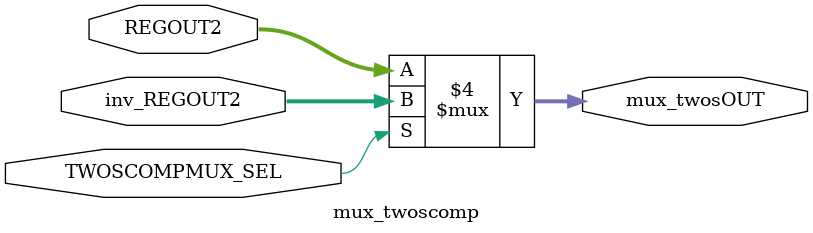
<source format=v>
module mux_twoscomp(REGOUT2,inv_REGOUT2,TWOSCOMPMUX_SEL,mux_twosOUT);
    
    input [7:0] REGOUT2,inv_REGOUT2;
    input TWOSCOMPMUX_SEL;      //control signal for the 2's compliment select mux
    output reg [7:0] mux_twosOUT;     //output the result of the mux

    always @ (REGOUT2,inv_REGOUT2,TWOSCOMPMUX_SEL)
    begin
      if(TWOSCOMPMUX_SEL == 1'b0)
      begin
        mux_twosOUT = REGOUT2;          //output the REGOUT2 value
      end else begin
        mux_twosOUT= inv_REGOUT2;       //output the two's compliment of REGOUT2 value(for sub instruction)
      end
    end

endmodule
</source>
